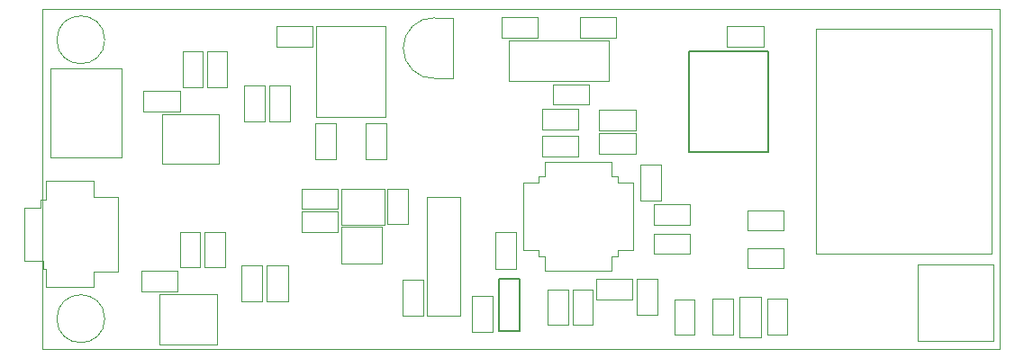
<source format=gbr>
%TF.GenerationSoftware,KiCad,Pcbnew,6.0.2+dfsg-1*%
%TF.CreationDate,2023-05-27T01:06:40+02:00*%
%TF.ProjectId,weather_station,77656174-6865-4725-9f73-746174696f6e,rev?*%
%TF.SameCoordinates,Original*%
%TF.FileFunction,Other,User*%
%FSLAX46Y46*%
G04 Gerber Fmt 4.6, Leading zero omitted, Abs format (unit mm)*
G04 Created by KiCad (PCBNEW 6.0.2+dfsg-1) date 2023-05-27 01:06:40*
%MOMM*%
%LPD*%
G01*
G04 APERTURE LIST*
%TA.AperFunction,Profile*%
%ADD10C,0.100000*%
%TD*%
%ADD11C,0.050000*%
%ADD12C,0.150000*%
G04 APERTURE END LIST*
D10*
X66600000Y-53600000D02*
X156600000Y-53600000D01*
X156600000Y-53600000D02*
X156600000Y-85600000D01*
X156600000Y-85600000D02*
X66600000Y-85600000D01*
X66600000Y-85600000D02*
X66600000Y-53600000D01*
D11*
%TO.C,J3*%
X102830000Y-71270000D02*
X102830000Y-82470000D01*
X105930000Y-71270000D02*
X102830000Y-71270000D01*
X105930000Y-82470000D02*
X105930000Y-71270000D01*
X102830000Y-82470000D02*
X105930000Y-82470000D01*
%TO.C,L2*%
X77862201Y-63480500D02*
X83261199Y-63480500D01*
X83261199Y-63480500D02*
X83261199Y-68179500D01*
X83261199Y-68179500D02*
X77862201Y-68179500D01*
X77862201Y-68179500D02*
X77862201Y-63480500D01*
%TO.C,C2*%
X109220000Y-78030000D02*
X109220000Y-74630000D01*
X109220000Y-74630000D02*
X111180000Y-74630000D01*
X111180000Y-74630000D02*
X111180000Y-78030000D01*
X111180000Y-78030000D02*
X109220000Y-78030000D01*
%TO.C,U1*%
X155900000Y-76625000D02*
X139400000Y-76625000D01*
X139400000Y-76625000D02*
X139400000Y-55425000D01*
X139400000Y-55425000D02*
X155900000Y-55425000D01*
X155900000Y-55425000D02*
X155900000Y-76625000D01*
%TO.C,R5*%
X114170000Y-80000000D02*
X116070000Y-80000000D01*
X114170000Y-83360000D02*
X114170000Y-80000000D01*
X116070000Y-83360000D02*
X114170000Y-83360000D01*
X116070000Y-80000000D02*
X116070000Y-83360000D01*
%TO.C,R16*%
X91032500Y-72660000D02*
X94392500Y-72660000D01*
X91032500Y-74560000D02*
X91032500Y-72660000D01*
X94392500Y-74560000D02*
X91032500Y-74560000D01*
X94392500Y-72660000D02*
X94392500Y-74560000D01*
%TO.C,C8*%
X100500000Y-79085000D02*
X102460000Y-79085000D01*
X102460000Y-82485000D02*
X100500000Y-82485000D01*
X100500000Y-82485000D02*
X100500000Y-79085000D01*
X102460000Y-79085000D02*
X102460000Y-82485000D01*
%TO.C,C7*%
X117016000Y-67528000D02*
X113616000Y-67528000D01*
X117016000Y-65568000D02*
X117016000Y-67528000D01*
X113616000Y-67528000D02*
X113616000Y-65568000D01*
X113616000Y-65568000D02*
X117016000Y-65568000D01*
%TO.C,C12*%
X131025000Y-55220001D02*
X134425000Y-55220001D01*
X131025000Y-57180001D02*
X131025000Y-55220001D01*
X134425000Y-55220001D02*
X134425000Y-57180001D01*
X134425000Y-57180001D02*
X131025000Y-57180001D01*
%TO.C,C5*%
X122400000Y-63055001D02*
X122400000Y-65015001D01*
X122400000Y-65015001D02*
X119000000Y-65015001D01*
X119000000Y-65015001D02*
X119000000Y-63055001D01*
X119000000Y-63055001D02*
X122400000Y-63055001D01*
%TO.C,R14*%
X124157500Y-76632500D02*
X124157500Y-74732500D01*
X127517500Y-76632500D02*
X124157500Y-76632500D01*
X124157500Y-74732500D02*
X127517500Y-74732500D01*
X127517500Y-74732500D02*
X127517500Y-76632500D01*
%TO.C,L1*%
X77642201Y-80445500D02*
X83041199Y-80445500D01*
X83041199Y-80445500D02*
X83041199Y-85144500D01*
X83041199Y-85144500D02*
X77642201Y-85144500D01*
X77642201Y-85144500D02*
X77642201Y-80445500D01*
D12*
%TO.C,U4*%
X134911999Y-67025000D02*
X134911999Y-57574998D01*
X127438001Y-57574998D02*
X127438001Y-67025000D01*
X127438001Y-57574998D02*
X127438001Y-57574998D01*
X127438001Y-67025000D02*
X134911999Y-67025000D01*
X134911999Y-57574998D02*
X127438001Y-57574998D01*
D11*
%TO.C,R8*%
X132940000Y-78000000D02*
X132940000Y-76100000D01*
X136300000Y-76100000D02*
X136300000Y-78000000D01*
X132940000Y-76100000D02*
X136300000Y-76100000D01*
X136300000Y-78000000D02*
X132940000Y-78000000D01*
%TO.C,R6*%
X118395000Y-83360000D02*
X116495000Y-83360000D01*
X118395000Y-80000000D02*
X118395000Y-83360000D01*
X116495000Y-83360000D02*
X116495000Y-80000000D01*
X116495000Y-80000000D02*
X118395000Y-80000000D01*
%TO.C,J2*%
X148922500Y-77672500D02*
X156077500Y-77672500D01*
X156077500Y-84827500D02*
X148922500Y-84827500D01*
X156077500Y-77672500D02*
X156077500Y-84827500D01*
X148922500Y-84827500D02*
X148922500Y-77672500D01*
%TO.C,U2*%
X98902500Y-63735000D02*
X92402500Y-63735000D01*
X92402500Y-63735000D02*
X92402500Y-55235000D01*
X98902500Y-55235000D02*
X98902500Y-63735000D01*
X92402500Y-55235000D02*
X98902500Y-55235000D01*
%TO.C,R7*%
X118005000Y-62575000D02*
X114645000Y-62575000D01*
X118005000Y-60675000D02*
X118005000Y-62575000D01*
X114645000Y-62575000D02*
X114645000Y-60675000D01*
X114645000Y-60675000D02*
X118005000Y-60675000D01*
%TO.C,M1*%
X72500000Y-56500000D02*
G75*
G03*
X72500000Y-56500000I-2250000J0D01*
G01*
%TO.C,U6*%
X105284508Y-60140000D02*
X103547508Y-60140000D01*
X105284508Y-54420000D02*
X103547508Y-54420000D01*
X105284508Y-60140000D02*
X105284508Y-54420000D01*
X103544508Y-54420000D02*
G75*
G03*
X103544509Y-60140000I-124870J-2860000D01*
G01*
%TO.C,D2*%
X98552500Y-77530000D02*
X98552500Y-74130000D01*
X94712500Y-74130000D02*
X94712500Y-77530000D01*
X98552500Y-74130000D02*
X94712500Y-74130000D01*
X94712500Y-77530000D02*
X98552500Y-77530000D01*
%TO.C,C11*%
X107040000Y-80610000D02*
X109000000Y-80610000D01*
X107040000Y-84010000D02*
X107040000Y-80610000D01*
X109000000Y-80610000D02*
X109000000Y-84010000D01*
X109000000Y-84010000D02*
X107040000Y-84010000D01*
%TO.C,U8*%
X98812500Y-73910000D02*
X98812500Y-70510000D01*
X98812500Y-70510000D02*
X94712500Y-70510000D01*
X94712500Y-73910000D02*
X98812500Y-73910000D01*
X94712500Y-70510000D02*
X94712500Y-73910000D01*
%TO.C,C15*%
X87760000Y-77745000D02*
X89720000Y-77745000D01*
X89720000Y-77745000D02*
X89720000Y-81145000D01*
X89720000Y-81145000D02*
X87760000Y-81145000D01*
X87760000Y-81145000D02*
X87760000Y-77745000D01*
%TO.C,R10*%
X94392500Y-70510000D02*
X94392500Y-72410000D01*
X91032500Y-72410000D02*
X91032500Y-70510000D01*
X94392500Y-72410000D02*
X91032500Y-72410000D01*
X91032500Y-70510000D02*
X94392500Y-70510000D01*
%TO.C,R1*%
X98940000Y-64380000D02*
X98940000Y-67740000D01*
X98940000Y-67740000D02*
X97040000Y-67740000D01*
X97040000Y-67740000D02*
X97040000Y-64380000D01*
X97040000Y-64380000D02*
X98940000Y-64380000D01*
%TO.C,C3*%
X118700000Y-80955000D02*
X118700000Y-78995000D01*
X118700000Y-78995000D02*
X122100000Y-78995000D01*
X122100000Y-80955000D02*
X118700000Y-80955000D01*
X122100000Y-78995000D02*
X122100000Y-80955000D01*
%TO.C,R18*%
X84010000Y-57600000D02*
X84010000Y-60960000D01*
X82110000Y-60960000D02*
X82110000Y-57600000D01*
X82110000Y-57600000D02*
X84010000Y-57600000D01*
X84010000Y-60960000D02*
X82110000Y-60960000D01*
%TO.C,J1*%
X74125000Y-67550000D02*
X74125000Y-59150000D01*
X67375000Y-67550000D02*
X74125000Y-67550000D01*
X67375000Y-59150000D02*
X67375000Y-67550000D01*
X74125000Y-59150000D02*
X67375000Y-59150000D01*
%TO.C,C1*%
X117016000Y-64988000D02*
X113616000Y-64988000D01*
X117016000Y-63028000D02*
X117016000Y-64988000D01*
X113616000Y-64988000D02*
X113616000Y-63028000D01*
X113616000Y-63028000D02*
X117016000Y-63028000D01*
%TO.C,R2*%
X94227500Y-64380000D02*
X94227500Y-67740000D01*
X92327500Y-67740000D02*
X92327500Y-64380000D01*
X92327500Y-64380000D02*
X94227500Y-64380000D01*
X94227500Y-67740000D02*
X92327500Y-67740000D01*
%TO.C,C14*%
X87320000Y-77745000D02*
X87320000Y-81145000D01*
X85360000Y-81145000D02*
X85360000Y-77745000D01*
X87320000Y-81145000D02*
X85360000Y-81145000D01*
X85360000Y-77745000D02*
X87320000Y-77745000D01*
%TO.C,R13*%
X127517500Y-72007500D02*
X127517500Y-73907500D01*
X124157500Y-73907500D02*
X124157500Y-72007500D01*
X127517500Y-73907500D02*
X124157500Y-73907500D01*
X124157500Y-72007500D02*
X127517500Y-72007500D01*
D12*
%TO.C,U5*%
X109532500Y-79000000D02*
X109532500Y-83950000D01*
X109532500Y-83950000D02*
X111487500Y-83950000D01*
X111487500Y-83950000D02*
X111487500Y-79000000D01*
X111487500Y-83950000D02*
X111487500Y-83950000D01*
X111487500Y-79000000D02*
X109532500Y-79000000D01*
D11*
%TO.C,C16*%
X131605000Y-80877500D02*
X131605000Y-84277500D01*
X129645000Y-80877500D02*
X131605000Y-80877500D01*
X129645000Y-84277500D02*
X129645000Y-80877500D01*
X131605000Y-84277500D02*
X129645000Y-84277500D01*
%TO.C,C19*%
X89940000Y-64180000D02*
X87980000Y-64180000D01*
X89940000Y-60780000D02*
X89940000Y-64180000D01*
X87980000Y-60780000D02*
X89940000Y-60780000D01*
X87980000Y-64180000D02*
X87980000Y-60780000D01*
%TO.C,R9*%
X126074999Y-80917500D02*
X127974999Y-80917500D01*
X127974999Y-80917500D02*
X127974999Y-84277500D01*
X126074999Y-84277500D02*
X126074999Y-80917500D01*
X127974999Y-84277500D02*
X126074999Y-84277500D01*
%TO.C,C18*%
X85580000Y-60780000D02*
X87540000Y-60780000D01*
X85580000Y-64180000D02*
X85580000Y-60780000D01*
X87540000Y-60780000D02*
X87540000Y-64180000D01*
X87540000Y-64180000D02*
X85580000Y-64180000D01*
%TO.C,C10*%
X113175000Y-54345000D02*
X113175000Y-56305000D01*
X109775000Y-56305000D02*
X109775000Y-54345000D01*
X109775000Y-54345000D02*
X113175000Y-54345000D01*
X113175000Y-56305000D02*
X109775000Y-56305000D01*
%TO.C,C4*%
X122845000Y-68225000D02*
X124805000Y-68225000D01*
X124805000Y-71625000D02*
X122845000Y-71625000D01*
X124805000Y-68225000D02*
X124805000Y-71625000D01*
X122845000Y-71625000D02*
X122845000Y-68225000D01*
%TO.C,U3*%
X113250000Y-69375000D02*
X113850000Y-69375000D01*
X113250000Y-76275000D02*
X113250000Y-76875000D01*
X113850000Y-67975000D02*
X117000000Y-67975000D01*
X122150000Y-73125000D02*
X122150000Y-76275000D01*
X120150000Y-69375000D02*
X120150000Y-67975000D01*
X111850000Y-73125000D02*
X111850000Y-76275000D01*
X120150000Y-76875000D02*
X120150000Y-78275000D01*
X120150000Y-67975000D02*
X117000000Y-67975000D01*
X120750000Y-76275000D02*
X120750000Y-76875000D01*
X120750000Y-69375000D02*
X120150000Y-69375000D01*
X122150000Y-69975000D02*
X120750000Y-69975000D01*
X120750000Y-76875000D02*
X120150000Y-76875000D01*
X113850000Y-76875000D02*
X113850000Y-78275000D01*
X120750000Y-69975000D02*
X120750000Y-69375000D01*
X113250000Y-69975000D02*
X113250000Y-69375000D01*
X111850000Y-73125000D02*
X111850000Y-69975000D01*
X120150000Y-78275000D02*
X117000000Y-78275000D01*
X113850000Y-78275000D02*
X117000000Y-78275000D01*
X111850000Y-69975000D02*
X113250000Y-69975000D01*
X111850000Y-76275000D02*
X113250000Y-76275000D01*
X122150000Y-76275000D02*
X120750000Y-76275000D01*
X113250000Y-76875000D02*
X113850000Y-76875000D01*
X113850000Y-69375000D02*
X113850000Y-67975000D01*
X122150000Y-73125000D02*
X122150000Y-69975000D01*
%TO.C,C17*%
X76160000Y-61290000D02*
X79560000Y-61290000D01*
X79560000Y-63250000D02*
X76160000Y-63250000D01*
X79560000Y-61290000D02*
X79560000Y-63250000D01*
X76160000Y-63250000D02*
X76160000Y-61290000D01*
%TO.C,C6*%
X122400000Y-67275001D02*
X119000000Y-67275001D01*
X119000000Y-65315001D02*
X122400000Y-65315001D01*
X119000000Y-67275001D02*
X119000000Y-65315001D01*
X122400000Y-65315001D02*
X122400000Y-67275001D01*
%TO.C,M2*%
X72500000Y-82750000D02*
G75*
G03*
X72500000Y-82750000I-2250000J0D01*
G01*
%TO.C,R19*%
X81710000Y-57600000D02*
X81710000Y-60960000D01*
X79810000Y-60960000D02*
X79810000Y-57600000D01*
X79810000Y-57600000D02*
X81710000Y-57600000D01*
X81710000Y-60960000D02*
X79810000Y-60960000D01*
%TO.C,SW1*%
X73725000Y-71300000D02*
X71475000Y-71300000D01*
X66725000Y-78050000D02*
X66975000Y-78050000D01*
X71475000Y-69800000D02*
X66975000Y-69800000D01*
X64975000Y-72300000D02*
X64975000Y-77300000D01*
X73725000Y-78300000D02*
X73725000Y-71300000D01*
X66975000Y-71550000D02*
X66475000Y-71550000D01*
X66975000Y-78050000D02*
X66975000Y-79800000D01*
X71475000Y-78300000D02*
X73725000Y-78300000D01*
X66475000Y-72300000D02*
X64975000Y-72300000D01*
X71475000Y-69800000D02*
X71475000Y-69800000D01*
X66975000Y-69800000D02*
X66975000Y-71550000D01*
X64975000Y-77300000D02*
X66725000Y-77300000D01*
X66475000Y-71550000D02*
X66475000Y-72300000D01*
X71475000Y-79800000D02*
X71475000Y-78300000D01*
X66975000Y-79800000D02*
X71475000Y-79800000D01*
X71475000Y-71300000D02*
X71475000Y-69800000D01*
X66725000Y-77300000D02*
X66725000Y-78050000D01*
%TO.C,R3*%
X124450000Y-82355000D02*
X122550000Y-82355000D01*
X124450000Y-78995000D02*
X124450000Y-82355000D01*
X122550000Y-82355000D02*
X122550000Y-78995000D01*
X122550000Y-78995000D02*
X124450000Y-78995000D01*
%TO.C,Y1*%
X110487500Y-60400000D02*
X119887500Y-60400000D01*
X110487500Y-56600000D02*
X110487500Y-60400000D01*
X119887500Y-60400000D02*
X119887500Y-56600000D01*
X119887500Y-56600000D02*
X110487500Y-56600000D01*
%TO.C,R15*%
X81490000Y-77927500D02*
X79590000Y-77927500D01*
X81490000Y-74567500D02*
X81490000Y-77927500D01*
X79590000Y-77927500D02*
X79590000Y-74567500D01*
X79590000Y-74567500D02*
X81490000Y-74567500D01*
%TO.C,C13*%
X75940000Y-78255000D02*
X79340000Y-78255000D01*
X75940000Y-80215000D02*
X75940000Y-78255000D01*
X79340000Y-78255000D02*
X79340000Y-80215000D01*
X79340000Y-80215000D02*
X75940000Y-80215000D01*
%TO.C,C9*%
X117200000Y-56305000D02*
X117200000Y-54345000D01*
X120600000Y-56305000D02*
X117200000Y-56305000D01*
X120600000Y-54345000D02*
X120600000Y-56305000D01*
X117200000Y-54345000D02*
X120600000Y-54345000D01*
%TO.C,R12*%
X99075000Y-73870000D02*
X99075000Y-70510000D01*
X99075000Y-70510000D02*
X100975000Y-70510000D01*
X100975000Y-70510000D02*
X100975000Y-73870000D01*
X100975000Y-73870000D02*
X99075000Y-73870000D01*
%TO.C,R11*%
X83790000Y-74567500D02*
X83790000Y-77927500D01*
X81890000Y-77927500D02*
X81890000Y-74567500D01*
X83790000Y-77927500D02*
X81890000Y-77927500D01*
X81890000Y-74567500D02*
X83790000Y-74567500D01*
%TO.C,R4*%
X92000000Y-55235000D02*
X92000000Y-57135000D01*
X92000000Y-57135000D02*
X88640000Y-57135000D01*
X88640000Y-55235000D02*
X92000000Y-55235000D01*
X88640000Y-57135000D02*
X88640000Y-55235000D01*
%TO.C,D1*%
X132920000Y-74450000D02*
X132920000Y-72550000D01*
X136280000Y-74450000D02*
X132920000Y-74450000D01*
X132920000Y-72550000D02*
X136280000Y-72550000D01*
X136280000Y-72550000D02*
X136280000Y-74450000D01*
%TO.C,U9*%
X134230000Y-84490000D02*
X132130000Y-84490000D01*
X134230000Y-80690000D02*
X134230000Y-84490000D01*
X132130000Y-80690000D02*
X134230000Y-80690000D01*
X132130000Y-84490000D02*
X132130000Y-80690000D01*
%TO.C,R17*%
X136670000Y-84240000D02*
X134770000Y-84240000D01*
X134770000Y-80880000D02*
X136670000Y-80880000D01*
X136670000Y-80880000D02*
X136670000Y-84240000D01*
X134770000Y-84240000D02*
X134770000Y-80880000D01*
%TD*%
M02*

</source>
